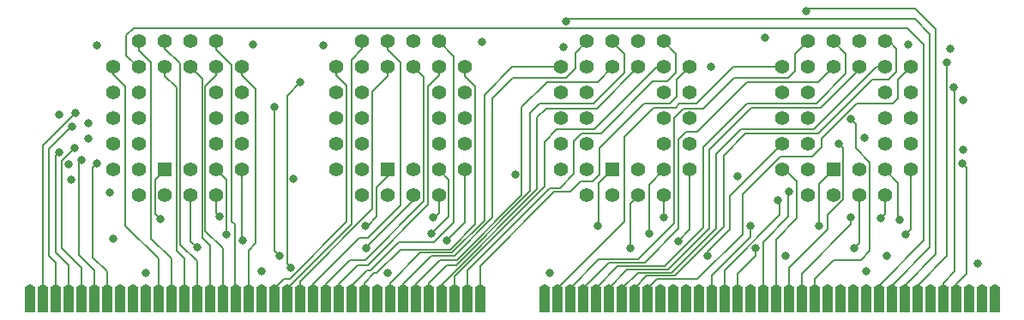
<source format=gtl>
G04 #@! TF.GenerationSoftware,KiCad,Pcbnew,7.0.9*
G04 #@! TF.CreationDate,2024-06-30T23:03:44+02:00*
G04 #@! TF.ProjectId,simm72_rom_2M55,73696d6d-3732-45f7-926f-6d5f324d3535,A0*
G04 #@! TF.SameCoordinates,Original*
G04 #@! TF.FileFunction,Copper,L1,Top*
G04 #@! TF.FilePolarity,Positive*
%FSLAX46Y46*%
G04 Gerber Fmt 4.6, Leading zero omitted, Abs format (unit mm)*
G04 Created by KiCad (PCBNEW 7.0.9) date 2024-06-30 23:03:44*
%MOMM*%
%LPD*%
G01*
G04 APERTURE LIST*
G04 #@! TA.AperFunction,SMDPad,CuDef*
%ADD10R,1.040000X2.540000*%
G04 #@! TD*
G04 #@! TA.AperFunction,ComponentPad*
%ADD11R,1.422400X1.422400*%
G04 #@! TD*
G04 #@! TA.AperFunction,ComponentPad*
%ADD12C,1.422400*%
G04 #@! TD*
G04 #@! TA.AperFunction,ViaPad*
%ADD13C,0.800000*%
G04 #@! TD*
G04 #@! TA.AperFunction,Conductor*
%ADD14C,0.152400*%
G04 #@! TD*
G04 #@! TA.AperFunction,Conductor*
%ADD15C,0.508000*%
G04 #@! TD*
G04 #@! TA.AperFunction,Conductor*
%ADD16C,0.203200*%
G04 #@! TD*
G04 APERTURE END LIST*
D10*
X57375000Y-113921000D03*
X58645000Y-113921000D03*
X59915000Y-113921000D03*
X61185000Y-113921000D03*
X62455000Y-113921000D03*
X63725000Y-113921000D03*
X64995000Y-113921000D03*
X66265000Y-113921000D03*
X67535000Y-113921000D03*
X68805000Y-113921000D03*
X70075000Y-113921000D03*
X71345000Y-113921000D03*
X72615000Y-113921000D03*
X73885000Y-113921000D03*
X75155000Y-113921000D03*
X76425000Y-113921000D03*
X77695000Y-113921000D03*
X78965000Y-113921000D03*
X80235000Y-113921000D03*
X81505000Y-113921000D03*
X82775000Y-113921000D03*
X84045000Y-113921000D03*
X85315000Y-113921000D03*
X86585000Y-113921000D03*
X87855000Y-113921000D03*
X89125000Y-113921000D03*
X90395000Y-113921000D03*
X91665000Y-113921000D03*
X92935000Y-113921000D03*
X94205000Y-113921000D03*
X95475000Y-113921000D03*
X96745000Y-113921000D03*
X98015000Y-113921000D03*
X99285000Y-113921000D03*
X100555000Y-113921000D03*
X101825000Y-113921000D03*
X108175000Y-113921000D03*
X109445000Y-113921000D03*
X110715000Y-113921000D03*
X111985000Y-113921000D03*
X113255000Y-113921000D03*
X114525000Y-113921000D03*
X115795000Y-113921000D03*
X117065000Y-113921000D03*
X118335000Y-113921000D03*
X119605000Y-113921000D03*
X120875000Y-113921000D03*
X122145000Y-113921000D03*
X123415000Y-113921000D03*
X124685000Y-113921000D03*
X125955000Y-113921000D03*
X127225000Y-113921000D03*
X128495000Y-113921000D03*
X129765000Y-113921000D03*
X131035000Y-113921000D03*
X132305000Y-113921000D03*
X133575000Y-113921000D03*
X134845000Y-113921000D03*
X136115000Y-113921000D03*
X137385000Y-113921000D03*
X138655000Y-113921000D03*
X139925000Y-113921000D03*
X141195000Y-113921000D03*
X142465000Y-113921000D03*
X143735000Y-113921000D03*
X145005000Y-113921000D03*
X146275000Y-113921000D03*
X147545000Y-113921000D03*
X148815000Y-113921000D03*
X150085000Y-113921000D03*
X151355000Y-113921000D03*
X152625000Y-113921000D03*
D11*
X92730000Y-101080000D03*
D12*
X95270000Y-103620000D03*
X95270000Y-101080000D03*
X97810000Y-103620000D03*
X100350000Y-101080000D03*
X97810000Y-101080000D03*
X100350000Y-98540000D03*
X97810000Y-98540000D03*
X100350000Y-96000000D03*
X97810000Y-96000000D03*
X100350000Y-93460000D03*
X97810000Y-93460000D03*
X100350000Y-90920000D03*
X97810000Y-88380000D03*
X97810000Y-90920000D03*
X95270000Y-88380000D03*
X95270000Y-90920000D03*
X92730000Y-88380000D03*
X92730000Y-90920000D03*
X90190000Y-88380000D03*
X87650000Y-90920000D03*
X90190000Y-90920000D03*
X87650000Y-93460000D03*
X90190000Y-93460000D03*
X87650000Y-96000000D03*
X90190000Y-96000000D03*
X87650000Y-98540000D03*
X90190000Y-98540000D03*
X87650000Y-101080000D03*
X90190000Y-103620000D03*
X90190000Y-101080000D03*
X92730000Y-103620000D03*
D11*
X136730000Y-101080000D03*
D12*
X139270000Y-103620000D03*
X139270000Y-101080000D03*
X141810000Y-103620000D03*
X144350000Y-101080000D03*
X141810000Y-101080000D03*
X144350000Y-98540000D03*
X141810000Y-98540000D03*
X144350000Y-96000000D03*
X141810000Y-96000000D03*
X144350000Y-93460000D03*
X141810000Y-93460000D03*
X144350000Y-90920000D03*
X141810000Y-88380000D03*
X141810000Y-90920000D03*
X139270000Y-88380000D03*
X139270000Y-90920000D03*
X136730000Y-88380000D03*
X136730000Y-90920000D03*
X134190000Y-88380000D03*
X131650000Y-90920000D03*
X134190000Y-90920000D03*
X131650000Y-93460000D03*
X134190000Y-93460000D03*
X131650000Y-96000000D03*
X134190000Y-96000000D03*
X131650000Y-98540000D03*
X134190000Y-98540000D03*
X131650000Y-101080000D03*
X134190000Y-103620000D03*
X134190000Y-101080000D03*
X136730000Y-103620000D03*
D11*
X70730000Y-101080000D03*
D12*
X73270000Y-103620000D03*
X73270000Y-101080000D03*
X75810000Y-103620000D03*
X78350000Y-101080000D03*
X75810000Y-101080000D03*
X78350000Y-98540000D03*
X75810000Y-98540000D03*
X78350000Y-96000000D03*
X75810000Y-96000000D03*
X78350000Y-93460000D03*
X75810000Y-93460000D03*
X78350000Y-90920000D03*
X75810000Y-88380000D03*
X75810000Y-90920000D03*
X73270000Y-88380000D03*
X73270000Y-90920000D03*
X70730000Y-88380000D03*
X70730000Y-90920000D03*
X68190000Y-88380000D03*
X65650000Y-90920000D03*
X68190000Y-90920000D03*
X65650000Y-93460000D03*
X68190000Y-93460000D03*
X65650000Y-96000000D03*
X68190000Y-96000000D03*
X65650000Y-98540000D03*
X68190000Y-98540000D03*
X65650000Y-101080000D03*
X68190000Y-103620000D03*
X68190000Y-101080000D03*
X70730000Y-103620000D03*
D11*
X114920000Y-101080000D03*
D12*
X117460000Y-103620000D03*
X117460000Y-101080000D03*
X120000000Y-103620000D03*
X122540000Y-101080000D03*
X120000000Y-101080000D03*
X122540000Y-98540000D03*
X120000000Y-98540000D03*
X122540000Y-96000000D03*
X120000000Y-96000000D03*
X122540000Y-93460000D03*
X120000000Y-93460000D03*
X122540000Y-90920000D03*
X120000000Y-88380000D03*
X120000000Y-90920000D03*
X117460000Y-88380000D03*
X117460000Y-90920000D03*
X114920000Y-88380000D03*
X114920000Y-90920000D03*
X112380000Y-88380000D03*
X109840000Y-90920000D03*
X112380000Y-90920000D03*
X109840000Y-93460000D03*
X112380000Y-93460000D03*
X109840000Y-96000000D03*
X112380000Y-96000000D03*
X109840000Y-98540000D03*
X112380000Y-98540000D03*
X109840000Y-101080000D03*
X112380000Y-103620000D03*
X112380000Y-101080000D03*
X114920000Y-103620000D03*
D13*
X146275000Y-112854200D03*
X150085000Y-112854200D03*
X151355000Y-112854200D03*
X57375000Y-112854200D03*
X152625000Y-112854200D03*
X61474500Y-102074500D03*
X127276600Y-101753600D03*
X128495000Y-112854200D03*
X86400000Y-88800000D03*
X68805000Y-112854200D03*
X83396900Y-101969900D03*
X65300000Y-103300000D03*
X63200000Y-96500000D03*
X60300000Y-95600000D03*
X151000000Y-110400000D03*
X102000000Y-88400000D03*
X149500000Y-94200000D03*
X91665000Y-112854200D03*
X80235000Y-111127000D03*
X65600000Y-107900000D03*
X79400000Y-88700000D03*
X63200000Y-98000000D03*
X61200000Y-100500000D03*
X108175000Y-112854200D03*
X132000000Y-109600000D03*
X139800000Y-97900000D03*
X110100000Y-88900000D03*
X108683000Y-111254000D03*
X139925000Y-112854200D03*
X149500000Y-99100000D03*
X130000000Y-88000000D03*
X142000000Y-109600000D03*
X124600000Y-90900000D03*
X105337100Y-101588900D03*
X144100000Y-88700000D03*
X64000000Y-88800000D03*
X148300000Y-89100000D03*
X119605000Y-112854200D03*
X80235000Y-112854200D03*
X68805000Y-111254000D03*
X92681000Y-111254000D03*
X139925000Y-111127000D03*
X61883500Y-95442500D03*
X58645000Y-112854200D03*
X61566000Y-96776000D03*
X59915000Y-112854200D03*
X61185000Y-112854200D03*
X60296000Y-99316000D03*
X61820000Y-98935000D03*
X62455000Y-112854200D03*
X63725000Y-112854200D03*
X62518512Y-100141512D03*
X63979000Y-100459000D03*
X64995000Y-112854200D03*
X97075200Y-107393200D03*
X118512800Y-107393200D03*
X76806000Y-107476300D03*
X66265000Y-112854200D03*
X143227000Y-106047000D03*
X67535000Y-112854200D03*
X143862000Y-107444000D03*
X98573800Y-108079000D03*
X121395334Y-108142134D03*
X78380800Y-108104400D03*
X138655000Y-112854200D03*
X124304000Y-109603000D03*
X137385000Y-112854200D03*
X81549450Y-94826550D03*
X82013000Y-109603000D03*
X84070400Y-92432600D03*
X83156000Y-110746000D03*
X136115000Y-112854200D03*
X70075000Y-112854200D03*
X71345000Y-112854200D03*
X72615000Y-112854200D03*
X73885000Y-112854200D03*
X75155000Y-112854200D03*
X76425000Y-112854200D03*
X77695000Y-112854200D03*
X78965000Y-112854200D03*
X81505000Y-112854200D03*
X82775000Y-112854200D03*
X84045000Y-112854200D03*
X85315000Y-112854200D03*
X86585000Y-112854200D03*
X87855000Y-112854200D03*
X89125000Y-112854200D03*
X90395000Y-112854200D03*
X92935000Y-112854200D03*
X94205000Y-112854200D03*
X95475000Y-112854200D03*
X96745000Y-112854200D03*
X98015000Y-112854200D03*
X99285000Y-112854200D03*
X100555000Y-112854200D03*
X101825000Y-112854200D03*
X109445000Y-112854200D03*
X110715000Y-112854200D03*
X111985000Y-112854200D03*
X113255000Y-112854200D03*
X114525000Y-112854200D03*
X115795000Y-112854200D03*
X117065000Y-112854200D03*
X118335000Y-112854200D03*
X120875000Y-112854200D03*
X122145000Y-112854200D03*
X123415000Y-112854200D03*
X128495000Y-106605800D03*
X90547400Y-106605800D03*
X113458200Y-106605800D03*
X124685000Y-112854200D03*
X70303600Y-105996200D03*
X135302200Y-106605800D03*
X125955000Y-112854200D03*
X131263600Y-104116600D03*
X73885000Y-108732500D03*
X129002634Y-108840634D03*
X116658600Y-108841000D03*
X90598200Y-108841000D03*
X138782000Y-108841000D03*
X127225000Y-112854200D03*
X132305000Y-103227600D03*
X129765000Y-112854200D03*
X131035000Y-112854200D03*
X132305000Y-112854200D03*
X137232600Y-98528600D03*
X141372800Y-105843800D03*
X97236850Y-105802250D03*
X138477200Y-105793000D03*
X76145600Y-105716800D03*
X120011400Y-105793000D03*
X133575000Y-112854200D03*
X134845000Y-112854200D03*
X138401000Y-96083100D03*
X141195000Y-112854200D03*
X110359400Y-86387400D03*
X142465000Y-112854200D03*
X134006800Y-85422200D03*
X143735000Y-112854200D03*
X145005000Y-112854200D03*
X147900600Y-90426000D03*
X147545000Y-112854200D03*
X148604900Y-92915200D03*
X149424600Y-100484400D03*
X148815000Y-112854200D03*
D14*
X61883500Y-95442500D02*
X58645000Y-98681000D01*
X58645000Y-98681000D02*
X58645000Y-112854200D01*
X59280000Y-109603000D02*
X59915000Y-110238000D01*
X59280000Y-98998500D02*
X59280000Y-109603000D01*
X61566000Y-96776000D02*
X61502500Y-96776000D01*
X59915000Y-110238000D02*
X59915000Y-112854200D01*
X61502500Y-96776000D02*
X59280000Y-98998500D01*
X59915000Y-109222000D02*
X61185000Y-110492000D01*
X61185000Y-110492000D02*
X61185000Y-112854200D01*
X59915000Y-99697000D02*
X59915000Y-109222000D01*
X60296000Y-99316000D02*
X59915000Y-99697000D01*
X60550000Y-108841000D02*
X62455000Y-110746000D01*
X60550000Y-100205000D02*
X60550000Y-108841000D01*
X61820000Y-98935000D02*
X60550000Y-100205000D01*
X62455000Y-110746000D02*
X62455000Y-112854200D01*
X62201000Y-109476000D02*
X63725000Y-111000000D01*
X62518512Y-100141512D02*
X62201000Y-100459025D01*
X62201000Y-100459025D02*
X62201000Y-109476000D01*
X63725000Y-111000000D02*
X63725000Y-112854200D01*
X63598000Y-109730000D02*
X64995000Y-111127000D01*
X63979000Y-100459000D02*
X63598000Y-100840000D01*
X64995000Y-111127000D02*
X64995000Y-112854200D01*
X63598000Y-100840000D02*
X63598000Y-109730000D01*
X118512800Y-102567200D02*
X120000000Y-101080000D01*
X97075200Y-107393200D02*
X98749800Y-105718600D01*
X76806000Y-107476300D02*
X76831400Y-107450900D01*
X76831400Y-102101400D02*
X75810000Y-101080000D01*
X143125400Y-105945400D02*
X143125400Y-102395400D01*
X76831400Y-107450900D02*
X76831400Y-102101400D01*
X143227000Y-106047000D02*
X143125400Y-105945400D01*
X98749800Y-105718600D02*
X98749800Y-102019800D01*
X143125400Y-102395400D02*
X141810000Y-101080000D01*
X98749800Y-102019800D02*
X97810000Y-101080000D01*
X118512800Y-107393200D02*
X118512800Y-102567200D01*
X121395334Y-108142134D02*
X122540000Y-106997468D01*
X100350000Y-106302800D02*
X98573800Y-108079000D01*
X78350000Y-108073600D02*
X78350000Y-101080000D01*
X144350000Y-106956000D02*
X144350000Y-101080000D01*
X122540000Y-106997468D02*
X122540000Y-101080000D01*
X100350000Y-101080000D02*
X100350000Y-106302800D01*
X143862000Y-107444000D02*
X144350000Y-106956000D01*
X78380800Y-108104400D02*
X78350000Y-108073600D01*
X124304000Y-109603000D02*
X124304000Y-109158500D01*
X124304000Y-109158500D02*
X126520200Y-106942300D01*
X126520200Y-103669800D02*
X131650000Y-98540000D01*
X126520200Y-106942300D02*
X126520200Y-103669800D01*
X82013000Y-109603000D02*
X81505000Y-109095000D01*
X81505000Y-94871000D02*
X81549450Y-94826550D01*
X81505000Y-109095000D02*
X81505000Y-94871000D01*
X82768300Y-110358300D02*
X82768300Y-93734700D01*
X82768300Y-93734700D02*
X84070400Y-92432600D01*
X83156000Y-110746000D02*
X82768300Y-110358300D01*
X66849200Y-92864400D02*
X66849200Y-106631200D01*
X65650000Y-90920000D02*
X65650000Y-91665200D01*
X66849200Y-106631200D02*
X70075000Y-109857000D01*
X65650000Y-91665200D02*
X66849200Y-92864400D01*
X70075000Y-109857000D02*
X70075000Y-112854200D01*
X69389200Y-90502200D02*
X68190000Y-89303000D01*
X68190000Y-89303000D02*
X68190000Y-88380000D01*
X69389200Y-107901200D02*
X69389200Y-90502200D01*
X71345000Y-109857000D02*
X69389200Y-107901200D01*
X71345000Y-112854200D02*
X71345000Y-109857000D01*
X72615000Y-112854200D02*
X72615000Y-109857000D01*
X71853000Y-109095000D02*
X71853000Y-92915200D01*
X72615000Y-109857000D02*
X71853000Y-109095000D01*
X70730000Y-91792200D02*
X70730000Y-90920000D01*
X71853000Y-92915200D02*
X70730000Y-91792200D01*
X70730000Y-89074400D02*
X70730000Y-88380000D01*
X72234000Y-90578400D02*
X70730000Y-89074400D01*
X73885000Y-110111000D02*
X72234000Y-108460000D01*
X72234000Y-108460000D02*
X72234000Y-90578400D01*
X73885000Y-112854200D02*
X73885000Y-110111000D01*
X74393000Y-92043000D02*
X73270000Y-90920000D01*
X74393000Y-107825000D02*
X74393000Y-92043000D01*
X75155000Y-108587000D02*
X74393000Y-107825000D01*
X75155000Y-112854200D02*
X75155000Y-108587000D01*
X76425000Y-108841000D02*
X74697800Y-107113800D01*
X75810000Y-91701400D02*
X75810000Y-90920000D01*
X76425000Y-112854200D02*
X76425000Y-108841000D01*
X74697800Y-107113800D02*
X74697800Y-92813600D01*
X74697800Y-92813600D02*
X75810000Y-91701400D01*
X77339400Y-90705400D02*
X77339400Y-106224800D01*
X77339400Y-106224800D02*
X77618800Y-106504200D01*
X75810000Y-89176000D02*
X77339400Y-90705400D01*
X77618800Y-112778000D02*
X77695000Y-112854200D01*
X77618800Y-106504200D02*
X77618800Y-112778000D01*
X75810000Y-88380000D02*
X75810000Y-89176000D01*
X79701600Y-108358400D02*
X79701600Y-93118400D01*
X78965000Y-109095000D02*
X79701600Y-108358400D01*
X78350000Y-91766800D02*
X78350000Y-90920000D01*
X78965000Y-112854200D02*
X78965000Y-109095000D01*
X79701600Y-93118400D02*
X78350000Y-91766800D01*
X88693200Y-106224800D02*
X83029000Y-111889000D01*
X87650000Y-91745000D02*
X88693200Y-92788200D01*
X82470200Y-111889000D02*
X81505000Y-112854200D01*
X83029000Y-111889000D02*
X82470200Y-111889000D01*
X87650000Y-90920000D02*
X87650000Y-91745000D01*
X88693200Y-92788200D02*
X88693200Y-106224800D01*
X89125000Y-106428000D02*
X89125000Y-90197400D01*
X89125000Y-90197400D02*
X90190000Y-89132400D01*
X90190000Y-89132400D02*
X90190000Y-88380000D01*
X82775000Y-112778000D02*
X89125000Y-106428000D01*
X82775000Y-112854200D02*
X82775000Y-112778000D01*
X84045000Y-112143000D02*
X91233200Y-104954800D01*
X84045000Y-112854200D02*
X84045000Y-112143000D01*
X91233200Y-104954800D02*
X91233200Y-93321600D01*
D15*
X84019600Y-112828800D02*
X84045000Y-112854200D01*
D14*
X91233200Y-93321600D02*
X92730000Y-91824800D01*
X92730000Y-91824800D02*
X92730000Y-90920000D01*
X89887000Y-107825000D02*
X90806901Y-107825000D01*
X92730000Y-89179600D02*
X92730000Y-88380000D01*
X94027200Y-90476800D02*
X92730000Y-89179600D01*
X85315000Y-112397000D02*
X89887000Y-107825000D01*
X94027200Y-104604701D02*
X94027200Y-90476800D01*
X85315000Y-112854200D02*
X85315000Y-112397000D01*
X90806901Y-107825000D02*
X94027200Y-104604701D01*
X90522000Y-109984000D02*
X96287800Y-104218200D01*
X86585000Y-112397000D02*
X88998000Y-109984000D01*
X96287800Y-91937800D02*
X95270000Y-90920000D01*
X96287800Y-104218200D02*
X96287800Y-91937800D01*
X88998000Y-109984000D02*
X90522000Y-109984000D01*
X86585000Y-112854200D02*
X86585000Y-112397000D01*
X89760000Y-110492000D02*
X90776000Y-110492000D01*
X96719600Y-104548400D02*
X96719600Y-92839000D01*
X87855000Y-112854200D02*
X87855000Y-112397000D01*
X96719600Y-92839000D02*
X97810000Y-91748600D01*
X87855000Y-112397000D02*
X89760000Y-110492000D01*
X90776000Y-110492000D02*
X96719600Y-104548400D01*
X97810000Y-91748600D02*
X97810000Y-90920000D01*
X89125000Y-112854200D02*
X89125000Y-112524000D01*
X90649000Y-111000000D02*
X91030000Y-111000000D01*
X91030000Y-111000000D02*
X93824000Y-108206000D01*
X93824000Y-108206000D02*
X97329187Y-108206000D01*
X97329187Y-108206000D02*
X99259600Y-106275587D01*
X89125000Y-112524000D02*
X90649000Y-111000000D01*
X99259600Y-89829600D02*
X97810000Y-88380000D01*
X99259600Y-106275587D02*
X99259600Y-89829600D01*
X100350000Y-91795800D02*
X100350000Y-90920000D01*
X90395000Y-112270000D02*
X91360200Y-111304800D01*
X91360200Y-111304800D02*
X91614200Y-111304800D01*
X101393200Y-92839000D02*
X100350000Y-91795800D01*
X101393200Y-106504200D02*
X101393200Y-92839000D01*
X93951000Y-108968000D02*
X98929400Y-108968000D01*
X98929400Y-108968000D02*
X101393200Y-106504200D01*
X91614200Y-111304800D02*
X93951000Y-108968000D01*
X90395000Y-112854200D02*
X90395000Y-112270000D01*
X95932200Y-109272800D02*
X99107200Y-109272800D01*
X92935000Y-112270000D02*
X95932200Y-109272800D01*
X102256800Y-106123200D02*
X102256800Y-93677200D01*
X105014000Y-90920000D02*
X109840000Y-90920000D01*
X99107200Y-109272800D02*
X102256800Y-106123200D01*
X92935000Y-112854200D02*
X92935000Y-112270000D01*
X102256800Y-93677200D02*
X105014000Y-90920000D01*
X111223000Y-89537000D02*
X112380000Y-88380000D01*
X105101600Y-91950000D02*
X110334000Y-91950000D01*
X97024400Y-109577600D02*
X99310400Y-109577600D01*
X103069600Y-105818400D02*
X103069600Y-93982000D01*
X110334000Y-91950000D02*
X111223000Y-91061000D01*
X94205000Y-112854200D02*
X94205000Y-112397000D01*
X94205000Y-112397000D02*
X97024400Y-109577600D01*
X103069600Y-93982000D02*
X105101600Y-91950000D01*
X111223000Y-91061000D02*
X111223000Y-89537000D01*
X99310400Y-109577600D02*
X103069600Y-105818400D01*
X95475000Y-112854200D02*
X95475000Y-112397000D01*
X113458200Y-92381800D02*
X114920000Y-90920000D01*
X99539000Y-109984000D02*
X105965200Y-103557800D01*
X97888000Y-109984000D02*
X99539000Y-109984000D01*
X105965200Y-94871000D02*
X108454400Y-92381800D01*
X105965200Y-103557800D02*
X105965200Y-94871000D01*
X95475000Y-112397000D02*
X97888000Y-109984000D01*
X108454400Y-92381800D02*
X113458200Y-92381800D01*
X116074400Y-91492800D02*
X116074400Y-89573800D01*
X114920000Y-88419400D02*
X114920000Y-88380000D01*
X107717800Y-94515400D02*
X113051800Y-94515400D01*
X116074400Y-89573800D02*
X114920000Y-88419400D01*
X96745000Y-112854200D02*
X96745000Y-112270000D01*
X106778000Y-95455200D02*
X107717800Y-94515400D01*
X113051800Y-94515400D02*
X116074400Y-91492800D01*
X106778000Y-103176052D02*
X106778000Y-95455200D01*
X96745000Y-112270000D02*
X98523000Y-110492000D01*
X99462052Y-110492000D02*
X106778000Y-103176052D01*
X98523000Y-110492000D02*
X99462052Y-110492000D01*
X98015000Y-112435100D02*
X107489200Y-102960900D01*
X107489200Y-95887000D02*
X108378200Y-94998000D01*
X113382000Y-94998000D02*
X117460000Y-90920000D01*
X98015000Y-112854200D02*
X98015000Y-112435100D01*
X108378200Y-94998000D02*
X113382000Y-94998000D01*
X107489200Y-102960900D02*
X107489200Y-95887000D01*
X99285000Y-112854200D02*
X99285000Y-111635000D01*
X108175000Y-98300000D02*
X109394200Y-97080800D01*
X119263400Y-90920000D02*
X120000000Y-90920000D01*
X99285000Y-111635000D02*
X108175000Y-102745000D01*
X113102600Y-97080800D02*
X119263400Y-90920000D01*
X108175000Y-102745000D02*
X108175000Y-98300000D01*
X109394200Y-97080800D02*
X113102600Y-97080800D01*
X120341600Y-92356400D02*
X121205200Y-91492800D01*
X111858000Y-97487200D02*
X113788400Y-97487200D01*
X111096000Y-101475000D02*
X111096000Y-98249200D01*
X100555000Y-111000000D02*
X108683000Y-102872000D01*
X108683000Y-102872000D02*
X109699000Y-102872000D01*
X109699000Y-102872000D02*
X111096000Y-101475000D01*
X111096000Y-98249200D02*
X111858000Y-97487200D01*
X121205200Y-91492800D02*
X121205200Y-89585200D01*
X118919200Y-92356400D02*
X120341600Y-92356400D01*
X100555000Y-112854200D02*
X100555000Y-111000000D01*
X121205200Y-89585200D02*
X120000000Y-88380000D01*
X113788400Y-97487200D02*
X118919200Y-92356400D01*
X121281400Y-93855000D02*
X121281400Y-92178600D01*
X113610600Y-101525800D02*
X113610600Y-98960400D01*
X111781800Y-102211600D02*
X112924800Y-102211600D01*
X118004800Y-94566200D02*
X120570200Y-94566200D01*
X101825000Y-112854200D02*
X101825000Y-110619000D01*
X113610600Y-98960400D02*
X118004800Y-94566200D01*
X121281400Y-92178600D02*
X122540000Y-90920000D01*
X110715000Y-103278400D02*
X111781800Y-102211600D01*
X101825000Y-110619000D02*
X109165600Y-103278400D01*
X120570200Y-94566200D02*
X121281400Y-93855000D01*
X112924800Y-102211600D02*
X113610600Y-101525800D01*
X109165600Y-103278400D02*
X110715000Y-103278400D01*
X126832600Y-90920000D02*
X131650000Y-90920000D01*
X121129000Y-94972600D02*
X121535400Y-94566200D01*
X116049000Y-106174000D02*
X116049000Y-97868200D01*
X118944600Y-94972600D02*
X121129000Y-94972600D01*
X123186400Y-94566200D02*
X126832600Y-90920000D01*
X109445000Y-112778000D02*
X116049000Y-106174000D01*
X121535400Y-94566200D02*
X123186400Y-94566200D01*
X116049000Y-97868200D02*
X118944600Y-94972600D01*
X109445000Y-112854200D02*
X109445000Y-112778000D01*
X132940000Y-91289600D02*
X132940000Y-89630000D01*
X113559800Y-109933200D02*
X117446000Y-109933200D01*
X121967200Y-94998000D02*
X123897600Y-94998000D01*
X117446000Y-109933200D02*
X121027400Y-106351800D01*
X123897600Y-94998000D02*
X126894800Y-92000800D01*
X132228800Y-92000800D02*
X132940000Y-91289600D01*
X121027400Y-95937800D02*
X121967200Y-94998000D01*
X110715000Y-112854200D02*
X110715000Y-112778000D01*
X121027400Y-106351800D02*
X121027400Y-95937800D01*
X110715000Y-112778000D02*
X113559800Y-109933200D01*
X132940000Y-89630000D02*
X134190000Y-88380000D01*
X126894800Y-92000800D02*
X132228800Y-92000800D01*
X121459200Y-98046000D02*
X122170400Y-97334800D01*
X123262600Y-97334800D02*
X128190200Y-92407200D01*
X122170400Y-97334800D02*
X123262600Y-97334800D01*
X111985000Y-112854200D02*
X111985000Y-112778000D01*
X121459200Y-106859800D02*
X121459200Y-98046000D01*
X118081000Y-110238000D02*
X121459200Y-106859800D01*
X114525000Y-110238000D02*
X118081000Y-110238000D01*
X111985000Y-112778000D02*
X114525000Y-110238000D01*
X135242800Y-92407200D02*
X136730000Y-90920000D01*
X128190200Y-92407200D02*
X135242800Y-92407200D01*
X137969200Y-89619200D02*
X136730000Y-88380000D01*
X113255000Y-112854200D02*
X113255000Y-112778000D01*
X113255000Y-112778000D02*
X115414000Y-110619000D01*
X123872200Y-98808000D02*
X128190200Y-94490000D01*
X137969200Y-91594400D02*
X137969200Y-89619200D01*
X135073600Y-94490000D02*
X137969200Y-91594400D01*
X120024100Y-110619000D02*
X123872200Y-106770900D01*
X123872200Y-106770900D02*
X123872200Y-98808000D01*
X115414000Y-110619000D02*
X120024100Y-110619000D01*
X128190200Y-94490000D02*
X135073600Y-94490000D01*
X124456400Y-106910600D02*
X124456400Y-99112800D01*
X120417800Y-110949200D02*
X124456400Y-106910600D01*
X135480000Y-94947200D02*
X139270000Y-91157200D01*
X114525000Y-112854200D02*
X114525000Y-112778000D01*
X139270000Y-91157200D02*
X139270000Y-90920000D01*
X128622000Y-94947200D02*
X135480000Y-94947200D01*
X114525000Y-112778000D02*
X116353800Y-110949200D01*
X116353800Y-110949200D02*
X120417800Y-110949200D01*
X124456400Y-99112800D02*
X128622000Y-94947200D01*
X127606000Y-97080800D02*
X134819600Y-97080800D01*
X125142200Y-106859800D02*
X125142200Y-99544600D01*
X115795000Y-112854200D02*
X115845800Y-112854200D01*
X120748000Y-111254000D02*
X125142200Y-106859800D01*
X115845800Y-112854200D02*
X117446000Y-111254000D01*
X117446000Y-111254000D02*
X120748000Y-111254000D01*
X125142200Y-99544600D02*
X127606000Y-97080800D01*
X134819600Y-97080800D02*
X140980400Y-90920000D01*
X140980400Y-90920000D02*
X141810000Y-90920000D01*
X142222400Y-88380000D02*
X141810000Y-88380000D01*
X142922200Y-91391200D02*
X142922200Y-89079800D01*
X125878800Y-99697000D02*
X128063200Y-97512600D01*
X125878800Y-106758200D02*
X125878800Y-99697000D01*
X121052800Y-111584200D02*
X125878800Y-106758200D01*
X118258800Y-111584200D02*
X121052800Y-111584200D01*
X140585400Y-92178600D02*
X142134800Y-92178600D01*
X117065000Y-112778000D02*
X118258800Y-111584200D01*
X142134800Y-92178600D02*
X142922200Y-91391200D01*
X128063200Y-97512600D02*
X135251400Y-97512600D01*
X135251400Y-97512600D02*
X140585400Y-92178600D01*
X142922200Y-89079800D02*
X142222400Y-88380000D01*
X117065000Y-112854200D02*
X117065000Y-112778000D01*
X134641800Y-99747800D02*
X135530800Y-98858800D01*
X142592000Y-94540800D02*
X143074600Y-94058200D01*
X127733000Y-107444000D02*
X127733000Y-103507000D01*
X119300200Y-111889000D02*
X123288000Y-111889000D01*
X143074600Y-92195400D02*
X144350000Y-90920000D01*
X123288000Y-111889000D02*
X127733000Y-107444000D01*
X135530800Y-98858800D02*
X135530800Y-98020600D01*
X118335000Y-112854200D02*
X119300200Y-111889000D01*
X127733000Y-103507000D02*
X131492200Y-99747800D01*
X135530800Y-98020600D02*
X139010600Y-94540800D01*
X143074600Y-94058200D02*
X143074600Y-92195400D01*
X131492200Y-99747800D02*
X134641800Y-99747800D01*
X139010600Y-94540800D02*
X142592000Y-94540800D01*
X113559800Y-102440200D02*
X114920000Y-101080000D01*
X124685000Y-111508000D02*
X128495000Y-107698000D01*
X70303600Y-105996200D02*
X69790200Y-105482800D01*
X128495000Y-107698000D02*
X128495000Y-106605800D01*
X113458200Y-106605800D02*
X113559800Y-106504200D01*
X92730000Y-101730800D02*
X92730000Y-101080000D01*
X135302200Y-106605800D02*
X135302200Y-102507800D01*
X91639600Y-105742200D02*
X91639600Y-102821200D01*
X69790200Y-105482800D02*
X69790200Y-102019800D01*
X90547400Y-106605800D02*
X90776000Y-106605800D01*
X91639600Y-102821200D02*
X92730000Y-101730800D01*
X135302200Y-102507800D02*
X136730000Y-101080000D01*
X124685000Y-112854200D02*
X124685000Y-111508000D01*
X113559800Y-106504200D02*
X113559800Y-102440200D01*
X90776000Y-106605800D02*
X91639600Y-105742200D01*
X69790200Y-102019800D02*
X70730000Y-101080000D01*
X131390600Y-105564400D02*
X125955000Y-111000000D01*
X131263600Y-104116600D02*
X131390600Y-104243600D01*
X125955000Y-111000000D02*
X125955000Y-112854200D01*
X131390600Y-104243600D02*
X131390600Y-105564400D01*
X129002634Y-109603366D02*
X127225000Y-111381000D01*
X116658600Y-108841000D02*
X116658600Y-104421400D01*
X73270000Y-108117500D02*
X73270000Y-103620000D01*
X90598200Y-108841000D02*
X90598200Y-108764800D01*
X95270000Y-104093000D02*
X95270000Y-103620000D01*
X90598200Y-108764800D02*
X95270000Y-104093000D01*
X139270000Y-108353000D02*
X139270000Y-103620000D01*
X127225000Y-111381000D02*
X127225000Y-112854200D01*
X73885000Y-108732500D02*
X73270000Y-108117500D01*
X129002634Y-108840634D02*
X129002634Y-109603366D01*
X116658600Y-104421400D02*
X117460000Y-103620000D01*
X138782000Y-108841000D02*
X139270000Y-108353000D01*
X132279600Y-103253000D02*
X132279600Y-105691400D01*
X129765000Y-108206000D02*
X129765000Y-112854200D01*
X132305000Y-103227600D02*
X132279600Y-103253000D01*
X132279600Y-105691400D02*
X129765000Y-108206000D01*
X133092400Y-105894600D02*
X133092400Y-102237000D01*
X131935400Y-101080000D02*
X131650000Y-101080000D01*
X131035000Y-112854200D02*
X131035000Y-107952000D01*
X133092400Y-102237000D02*
X131935400Y-101080000D01*
X131035000Y-107952000D02*
X133092400Y-105894600D01*
X136115000Y-106936000D02*
X136115000Y-105564078D01*
X136115000Y-105564078D02*
X137669800Y-104009278D01*
X137669800Y-98965800D02*
X137232600Y-98528600D01*
X132305000Y-112854200D02*
X132305000Y-110746000D01*
X137669800Y-104009278D02*
X137669800Y-98965800D01*
X132305000Y-110746000D02*
X136115000Y-106936000D01*
X141372800Y-105843800D02*
X141810000Y-105406600D01*
X138477200Y-106478800D02*
X138477200Y-105793000D01*
X75810000Y-105381200D02*
X75810000Y-103620000D01*
X76145600Y-105716800D02*
X75810000Y-105381200D01*
X97810000Y-105326598D02*
X97810000Y-103620000D01*
X97236850Y-105802250D02*
X97334348Y-105802250D01*
X120011400Y-105793000D02*
X120000000Y-105781600D01*
X133575000Y-112854200D02*
X133575000Y-111381000D01*
X133575000Y-111381000D02*
X138477200Y-106478800D01*
X141810000Y-105406600D02*
X141810000Y-103620000D01*
X120000000Y-105781600D02*
X120000000Y-103620000D01*
X97334348Y-105802250D02*
X97810000Y-105326598D01*
X140306000Y-100332000D02*
X140306000Y-109095000D01*
X139417000Y-109984000D02*
X136750000Y-109984000D01*
X136750000Y-109984000D02*
X134845000Y-111889000D01*
X138401000Y-96083100D02*
X138909000Y-96591100D01*
X134845000Y-111889000D02*
X134845000Y-112854200D01*
X138909000Y-98935000D02*
X140306000Y-100332000D01*
X138909000Y-96591100D02*
X138909000Y-98935000D01*
X140306000Y-109095000D02*
X139417000Y-109984000D01*
D16*
X67636600Y-87073200D02*
X144065200Y-87073200D01*
X68190000Y-90920000D02*
X68054400Y-90920000D01*
X145640000Y-88648000D02*
X145640000Y-108079000D01*
X144065200Y-87073200D02*
X145640000Y-88648000D01*
X68054400Y-90920000D02*
X66925400Y-89791000D01*
X66925400Y-89791000D02*
X66925400Y-87784400D01*
X145640000Y-108079000D02*
X141195000Y-112524000D01*
X141195000Y-112524000D02*
X141195000Y-112854200D01*
X66925400Y-87784400D02*
X67636600Y-87073200D01*
X144776400Y-86158800D02*
X146249600Y-87632000D01*
X110359400Y-86387400D02*
X110588000Y-86158800D01*
X142465000Y-112524000D02*
X142465000Y-112854200D01*
X146249600Y-87632000D02*
X146249600Y-108739400D01*
X146249600Y-108739400D02*
X142465000Y-112524000D01*
X110588000Y-86158800D02*
X144776400Y-86158800D01*
X134260800Y-85168200D02*
X144827200Y-85168200D01*
X134006800Y-85422200D02*
X134260800Y-85168200D01*
X144827200Y-85168200D02*
X146833800Y-87174800D01*
X146833800Y-87174800D02*
X146833800Y-109425200D01*
X146833800Y-109425200D02*
X143735000Y-112524000D01*
X143735000Y-112524000D02*
X143735000Y-112854200D01*
X147951400Y-109577600D02*
X145005000Y-112524000D01*
X147900600Y-90426000D02*
X147951400Y-90476800D01*
X147951400Y-90476800D02*
X147951400Y-109577600D01*
X145005000Y-112524000D02*
X145005000Y-112854200D01*
D14*
X148662600Y-111152400D02*
X147545000Y-112270000D01*
X147545000Y-112270000D02*
X147545000Y-112854200D01*
X148604900Y-92915200D02*
X148662600Y-92972900D01*
X148662600Y-92972900D02*
X148662600Y-111152400D01*
X149424600Y-100484400D02*
X149831000Y-100890800D01*
X149831000Y-111381000D02*
X148815000Y-112397000D01*
X148815000Y-112397000D02*
X148815000Y-112854200D01*
X149831000Y-100890800D02*
X149831000Y-111381000D01*
M02*

</source>
